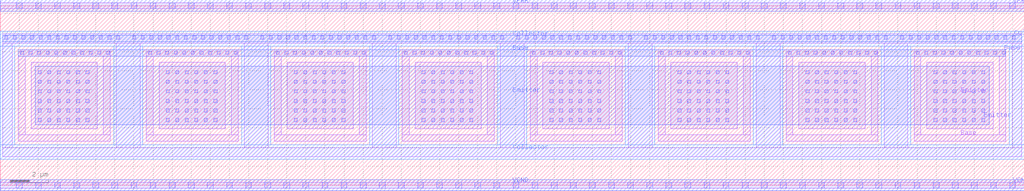
<source format=lef>
VERSION 5.7 ;
  NOWIREEXTENSIONATPIN ON ;
  DIVIDERCHAR "/" ;
  BUSBITCHARS "[]" ;
MACRO sky130_asc_pnp_05v5_W3p40L3p40_8
  CLASS CORE ;
  FOREIGN sky130_asc_pnp_05v5_W3p40L3p40_8 ;
  ORIGIN 0.000 0.000 ;
  SIZE 53.600 BY 9.400 ;
  SITE unitasc ;
  PIN Emitter
    DIRECTION INOUT ;
    ANTENNADIFFAREA 92.479996 ;
    PORT
      LAYER li1 ;
        RECT 1.615 2.965 5.085 6.435 ;
        RECT 8.315 2.965 11.785 6.435 ;
        RECT 15.015 2.965 18.485 6.435 ;
        RECT 21.715 2.965 25.185 6.435 ;
        RECT 28.415 2.965 31.885 6.435 ;
        RECT 35.115 2.965 38.585 6.435 ;
        RECT 41.815 2.965 45.285 6.435 ;
        RECT 48.515 2.965 51.985 6.435 ;
      LAYER mcon ;
        RECT 1.980 5.830 2.150 6.000 ;
        RECT 2.480 5.830 2.650 6.000 ;
        RECT 2.980 5.830 3.150 6.000 ;
        RECT 3.480 5.830 3.650 6.000 ;
        RECT 3.980 5.830 4.150 6.000 ;
        RECT 4.480 5.830 4.650 6.000 ;
        RECT 1.980 5.330 2.150 5.500 ;
        RECT 2.480 5.330 2.650 5.500 ;
        RECT 2.980 5.330 3.150 5.500 ;
        RECT 3.480 5.330 3.650 5.500 ;
        RECT 3.980 5.330 4.150 5.500 ;
        RECT 4.480 5.330 4.650 5.500 ;
        RECT 1.980 4.830 2.150 5.000 ;
        RECT 2.480 4.830 2.650 5.000 ;
        RECT 2.980 4.830 3.150 5.000 ;
        RECT 3.480 4.830 3.650 5.000 ;
        RECT 3.980 4.830 4.150 5.000 ;
        RECT 4.480 4.830 4.650 5.000 ;
        RECT 1.980 4.330 2.150 4.500 ;
        RECT 2.480 4.330 2.650 4.500 ;
        RECT 2.980 4.330 3.150 4.500 ;
        RECT 3.480 4.330 3.650 4.500 ;
        RECT 3.980 4.330 4.150 4.500 ;
        RECT 4.480 4.330 4.650 4.500 ;
        RECT 1.980 3.830 2.150 4.000 ;
        RECT 2.480 3.830 2.650 4.000 ;
        RECT 2.980 3.830 3.150 4.000 ;
        RECT 3.480 3.830 3.650 4.000 ;
        RECT 3.980 3.830 4.150 4.000 ;
        RECT 4.480 3.830 4.650 4.000 ;
        RECT 1.980 3.330 2.150 3.500 ;
        RECT 2.480 3.330 2.650 3.500 ;
        RECT 2.980 3.330 3.150 3.500 ;
        RECT 3.480 3.330 3.650 3.500 ;
        RECT 3.980 3.330 4.150 3.500 ;
        RECT 4.480 3.330 4.650 3.500 ;
        RECT 8.680 5.830 8.850 6.000 ;
        RECT 9.180 5.830 9.350 6.000 ;
        RECT 9.680 5.830 9.850 6.000 ;
        RECT 10.180 5.830 10.350 6.000 ;
        RECT 10.680 5.830 10.850 6.000 ;
        RECT 11.180 5.830 11.350 6.000 ;
        RECT 8.680 5.330 8.850 5.500 ;
        RECT 9.180 5.330 9.350 5.500 ;
        RECT 9.680 5.330 9.850 5.500 ;
        RECT 10.180 5.330 10.350 5.500 ;
        RECT 10.680 5.330 10.850 5.500 ;
        RECT 11.180 5.330 11.350 5.500 ;
        RECT 8.680 4.830 8.850 5.000 ;
        RECT 9.180 4.830 9.350 5.000 ;
        RECT 9.680 4.830 9.850 5.000 ;
        RECT 10.180 4.830 10.350 5.000 ;
        RECT 10.680 4.830 10.850 5.000 ;
        RECT 11.180 4.830 11.350 5.000 ;
        RECT 8.680 4.330 8.850 4.500 ;
        RECT 9.180 4.330 9.350 4.500 ;
        RECT 9.680 4.330 9.850 4.500 ;
        RECT 10.180 4.330 10.350 4.500 ;
        RECT 10.680 4.330 10.850 4.500 ;
        RECT 11.180 4.330 11.350 4.500 ;
        RECT 8.680 3.830 8.850 4.000 ;
        RECT 9.180 3.830 9.350 4.000 ;
        RECT 9.680 3.830 9.850 4.000 ;
        RECT 10.180 3.830 10.350 4.000 ;
        RECT 10.680 3.830 10.850 4.000 ;
        RECT 11.180 3.830 11.350 4.000 ;
        RECT 8.680 3.330 8.850 3.500 ;
        RECT 9.180 3.330 9.350 3.500 ;
        RECT 9.680 3.330 9.850 3.500 ;
        RECT 10.180 3.330 10.350 3.500 ;
        RECT 10.680 3.330 10.850 3.500 ;
        RECT 11.180 3.330 11.350 3.500 ;
        RECT 15.380 5.830 15.550 6.000 ;
        RECT 15.880 5.830 16.050 6.000 ;
        RECT 16.380 5.830 16.550 6.000 ;
        RECT 16.880 5.830 17.050 6.000 ;
        RECT 17.380 5.830 17.550 6.000 ;
        RECT 17.880 5.830 18.050 6.000 ;
        RECT 15.380 5.330 15.550 5.500 ;
        RECT 15.880 5.330 16.050 5.500 ;
        RECT 16.380 5.330 16.550 5.500 ;
        RECT 16.880 5.330 17.050 5.500 ;
        RECT 17.380 5.330 17.550 5.500 ;
        RECT 17.880 5.330 18.050 5.500 ;
        RECT 15.380 4.830 15.550 5.000 ;
        RECT 15.880 4.830 16.050 5.000 ;
        RECT 16.380 4.830 16.550 5.000 ;
        RECT 16.880 4.830 17.050 5.000 ;
        RECT 17.380 4.830 17.550 5.000 ;
        RECT 17.880 4.830 18.050 5.000 ;
        RECT 15.380 4.330 15.550 4.500 ;
        RECT 15.880 4.330 16.050 4.500 ;
        RECT 16.380 4.330 16.550 4.500 ;
        RECT 16.880 4.330 17.050 4.500 ;
        RECT 17.380 4.330 17.550 4.500 ;
        RECT 17.880 4.330 18.050 4.500 ;
        RECT 15.380 3.830 15.550 4.000 ;
        RECT 15.880 3.830 16.050 4.000 ;
        RECT 16.380 3.830 16.550 4.000 ;
        RECT 16.880 3.830 17.050 4.000 ;
        RECT 17.380 3.830 17.550 4.000 ;
        RECT 17.880 3.830 18.050 4.000 ;
        RECT 15.380 3.330 15.550 3.500 ;
        RECT 15.880 3.330 16.050 3.500 ;
        RECT 16.380 3.330 16.550 3.500 ;
        RECT 16.880 3.330 17.050 3.500 ;
        RECT 17.380 3.330 17.550 3.500 ;
        RECT 17.880 3.330 18.050 3.500 ;
        RECT 22.080 5.830 22.250 6.000 ;
        RECT 22.580 5.830 22.750 6.000 ;
        RECT 23.080 5.830 23.250 6.000 ;
        RECT 23.580 5.830 23.750 6.000 ;
        RECT 24.080 5.830 24.250 6.000 ;
        RECT 24.580 5.830 24.750 6.000 ;
        RECT 22.080 5.330 22.250 5.500 ;
        RECT 22.580 5.330 22.750 5.500 ;
        RECT 23.080 5.330 23.250 5.500 ;
        RECT 23.580 5.330 23.750 5.500 ;
        RECT 24.080 5.330 24.250 5.500 ;
        RECT 24.580 5.330 24.750 5.500 ;
        RECT 22.080 4.830 22.250 5.000 ;
        RECT 22.580 4.830 22.750 5.000 ;
        RECT 23.080 4.830 23.250 5.000 ;
        RECT 23.580 4.830 23.750 5.000 ;
        RECT 24.080 4.830 24.250 5.000 ;
        RECT 24.580 4.830 24.750 5.000 ;
        RECT 22.080 4.330 22.250 4.500 ;
        RECT 22.580 4.330 22.750 4.500 ;
        RECT 23.080 4.330 23.250 4.500 ;
        RECT 23.580 4.330 23.750 4.500 ;
        RECT 24.080 4.330 24.250 4.500 ;
        RECT 24.580 4.330 24.750 4.500 ;
        RECT 22.080 3.830 22.250 4.000 ;
        RECT 22.580 3.830 22.750 4.000 ;
        RECT 23.080 3.830 23.250 4.000 ;
        RECT 23.580 3.830 23.750 4.000 ;
        RECT 24.080 3.830 24.250 4.000 ;
        RECT 24.580 3.830 24.750 4.000 ;
        RECT 22.080 3.330 22.250 3.500 ;
        RECT 22.580 3.330 22.750 3.500 ;
        RECT 23.080 3.330 23.250 3.500 ;
        RECT 23.580 3.330 23.750 3.500 ;
        RECT 24.080 3.330 24.250 3.500 ;
        RECT 24.580 3.330 24.750 3.500 ;
        RECT 28.780 5.830 28.950 6.000 ;
        RECT 29.280 5.830 29.450 6.000 ;
        RECT 29.780 5.830 29.950 6.000 ;
        RECT 30.280 5.830 30.450 6.000 ;
        RECT 30.780 5.830 30.950 6.000 ;
        RECT 31.280 5.830 31.450 6.000 ;
        RECT 28.780 5.330 28.950 5.500 ;
        RECT 29.280 5.330 29.450 5.500 ;
        RECT 29.780 5.330 29.950 5.500 ;
        RECT 30.280 5.330 30.450 5.500 ;
        RECT 30.780 5.330 30.950 5.500 ;
        RECT 31.280 5.330 31.450 5.500 ;
        RECT 28.780 4.830 28.950 5.000 ;
        RECT 29.280 4.830 29.450 5.000 ;
        RECT 29.780 4.830 29.950 5.000 ;
        RECT 30.280 4.830 30.450 5.000 ;
        RECT 30.780 4.830 30.950 5.000 ;
        RECT 31.280 4.830 31.450 5.000 ;
        RECT 28.780 4.330 28.950 4.500 ;
        RECT 29.280 4.330 29.450 4.500 ;
        RECT 29.780 4.330 29.950 4.500 ;
        RECT 30.280 4.330 30.450 4.500 ;
        RECT 30.780 4.330 30.950 4.500 ;
        RECT 31.280 4.330 31.450 4.500 ;
        RECT 28.780 3.830 28.950 4.000 ;
        RECT 29.280 3.830 29.450 4.000 ;
        RECT 29.780 3.830 29.950 4.000 ;
        RECT 30.280 3.830 30.450 4.000 ;
        RECT 30.780 3.830 30.950 4.000 ;
        RECT 31.280 3.830 31.450 4.000 ;
        RECT 28.780 3.330 28.950 3.500 ;
        RECT 29.280 3.330 29.450 3.500 ;
        RECT 29.780 3.330 29.950 3.500 ;
        RECT 30.280 3.330 30.450 3.500 ;
        RECT 30.780 3.330 30.950 3.500 ;
        RECT 31.280 3.330 31.450 3.500 ;
        RECT 35.480 5.830 35.650 6.000 ;
        RECT 35.980 5.830 36.150 6.000 ;
        RECT 36.480 5.830 36.650 6.000 ;
        RECT 36.980 5.830 37.150 6.000 ;
        RECT 37.480 5.830 37.650 6.000 ;
        RECT 37.980 5.830 38.150 6.000 ;
        RECT 35.480 5.330 35.650 5.500 ;
        RECT 35.980 5.330 36.150 5.500 ;
        RECT 36.480 5.330 36.650 5.500 ;
        RECT 36.980 5.330 37.150 5.500 ;
        RECT 37.480 5.330 37.650 5.500 ;
        RECT 37.980 5.330 38.150 5.500 ;
        RECT 35.480 4.830 35.650 5.000 ;
        RECT 35.980 4.830 36.150 5.000 ;
        RECT 36.480 4.830 36.650 5.000 ;
        RECT 36.980 4.830 37.150 5.000 ;
        RECT 37.480 4.830 37.650 5.000 ;
        RECT 37.980 4.830 38.150 5.000 ;
        RECT 35.480 4.330 35.650 4.500 ;
        RECT 35.980 4.330 36.150 4.500 ;
        RECT 36.480 4.330 36.650 4.500 ;
        RECT 36.980 4.330 37.150 4.500 ;
        RECT 37.480 4.330 37.650 4.500 ;
        RECT 37.980 4.330 38.150 4.500 ;
        RECT 35.480 3.830 35.650 4.000 ;
        RECT 35.980 3.830 36.150 4.000 ;
        RECT 36.480 3.830 36.650 4.000 ;
        RECT 36.980 3.830 37.150 4.000 ;
        RECT 37.480 3.830 37.650 4.000 ;
        RECT 37.980 3.830 38.150 4.000 ;
        RECT 35.480 3.330 35.650 3.500 ;
        RECT 35.980 3.330 36.150 3.500 ;
        RECT 36.480 3.330 36.650 3.500 ;
        RECT 36.980 3.330 37.150 3.500 ;
        RECT 37.480 3.330 37.650 3.500 ;
        RECT 37.980 3.330 38.150 3.500 ;
        RECT 42.180 5.830 42.350 6.000 ;
        RECT 42.680 5.830 42.850 6.000 ;
        RECT 43.180 5.830 43.350 6.000 ;
        RECT 43.680 5.830 43.850 6.000 ;
        RECT 44.180 5.830 44.350 6.000 ;
        RECT 44.680 5.830 44.850 6.000 ;
        RECT 42.180 5.330 42.350 5.500 ;
        RECT 42.680 5.330 42.850 5.500 ;
        RECT 43.180 5.330 43.350 5.500 ;
        RECT 43.680 5.330 43.850 5.500 ;
        RECT 44.180 5.330 44.350 5.500 ;
        RECT 44.680 5.330 44.850 5.500 ;
        RECT 42.180 4.830 42.350 5.000 ;
        RECT 42.680 4.830 42.850 5.000 ;
        RECT 43.180 4.830 43.350 5.000 ;
        RECT 43.680 4.830 43.850 5.000 ;
        RECT 44.180 4.830 44.350 5.000 ;
        RECT 44.680 4.830 44.850 5.000 ;
        RECT 42.180 4.330 42.350 4.500 ;
        RECT 42.680 4.330 42.850 4.500 ;
        RECT 43.180 4.330 43.350 4.500 ;
        RECT 43.680 4.330 43.850 4.500 ;
        RECT 44.180 4.330 44.350 4.500 ;
        RECT 44.680 4.330 44.850 4.500 ;
        RECT 42.180 3.830 42.350 4.000 ;
        RECT 42.680 3.830 42.850 4.000 ;
        RECT 43.180 3.830 43.350 4.000 ;
        RECT 43.680 3.830 43.850 4.000 ;
        RECT 44.180 3.830 44.350 4.000 ;
        RECT 44.680 3.830 44.850 4.000 ;
        RECT 42.180 3.330 42.350 3.500 ;
        RECT 42.680 3.330 42.850 3.500 ;
        RECT 43.180 3.330 43.350 3.500 ;
        RECT 43.680 3.330 43.850 3.500 ;
        RECT 44.180 3.330 44.350 3.500 ;
        RECT 44.680 3.330 44.850 3.500 ;
        RECT 48.880 5.830 49.050 6.000 ;
        RECT 49.380 5.830 49.550 6.000 ;
        RECT 49.880 5.830 50.050 6.000 ;
        RECT 50.380 5.830 50.550 6.000 ;
        RECT 50.880 5.830 51.050 6.000 ;
        RECT 51.380 5.830 51.550 6.000 ;
        RECT 48.880 5.330 49.050 5.500 ;
        RECT 49.380 5.330 49.550 5.500 ;
        RECT 49.880 5.330 50.050 5.500 ;
        RECT 50.380 5.330 50.550 5.500 ;
        RECT 50.880 5.330 51.050 5.500 ;
        RECT 51.380 5.330 51.550 5.500 ;
        RECT 48.880 4.830 49.050 5.000 ;
        RECT 49.380 4.830 49.550 5.000 ;
        RECT 49.880 4.830 50.050 5.000 ;
        RECT 50.380 4.830 50.550 5.000 ;
        RECT 50.880 4.830 51.050 5.000 ;
        RECT 51.380 4.830 51.550 5.000 ;
        RECT 48.880 4.330 49.050 4.500 ;
        RECT 49.380 4.330 49.550 4.500 ;
        RECT 49.880 4.330 50.050 4.500 ;
        RECT 50.380 4.330 50.550 4.500 ;
        RECT 50.880 4.330 51.050 4.500 ;
        RECT 51.380 4.330 51.550 4.500 ;
        RECT 48.880 3.830 49.050 4.000 ;
        RECT 49.380 3.830 49.550 4.000 ;
        RECT 49.880 3.830 50.050 4.000 ;
        RECT 50.380 3.830 50.550 4.000 ;
        RECT 50.880 3.830 51.050 4.000 ;
        RECT 51.380 3.830 51.550 4.000 ;
        RECT 48.880 3.330 49.050 3.500 ;
        RECT 49.380 3.330 49.550 3.500 ;
        RECT 49.880 3.330 50.050 3.500 ;
        RECT 50.380 3.330 50.550 3.500 ;
        RECT 50.880 3.330 51.050 3.500 ;
        RECT 51.380 3.330 51.550 3.500 ;
      LAYER met1 ;
        RECT 1.820 3.170 51.780 6.230 ;
    END
  END Emitter
  PIN Base
    DIRECTION INOUT ;
    ANTENNAGATEAREA 213.831192 ;
    ANTENNADIFFAREA 51.264000 ;
    PORT
      LAYER li1 ;
        RECT 0.945 6.745 5.755 7.105 ;
        RECT 0.945 2.655 1.305 6.745 ;
        RECT 5.395 2.655 5.755 6.745 ;
        RECT 0.945 2.295 5.755 2.655 ;
        RECT 7.645 6.745 12.455 7.105 ;
        RECT 7.645 2.655 8.005 6.745 ;
        RECT 12.095 2.655 12.455 6.745 ;
        RECT 7.645 2.295 12.455 2.655 ;
        RECT 14.345 6.745 19.155 7.105 ;
        RECT 14.345 2.655 14.705 6.745 ;
        RECT 18.795 2.655 19.155 6.745 ;
        RECT 14.345 2.295 19.155 2.655 ;
        RECT 21.045 6.745 25.855 7.105 ;
        RECT 21.045 2.655 21.405 6.745 ;
        RECT 25.495 2.655 25.855 6.745 ;
        RECT 21.045 2.295 25.855 2.655 ;
        RECT 27.745 6.745 32.555 7.105 ;
        RECT 27.745 2.655 28.105 6.745 ;
        RECT 32.195 2.655 32.555 6.745 ;
        RECT 27.745 2.295 32.555 2.655 ;
        RECT 34.445 6.745 39.255 7.105 ;
        RECT 34.445 2.655 34.805 6.745 ;
        RECT 38.895 2.655 39.255 6.745 ;
        RECT 34.445 2.295 39.255 2.655 ;
        RECT 41.145 6.745 45.955 7.105 ;
        RECT 41.145 2.655 41.505 6.745 ;
        RECT 45.595 2.655 45.955 6.745 ;
        RECT 41.145 2.295 45.955 2.655 ;
        RECT 47.845 6.745 52.655 7.105 ;
        RECT 47.845 2.655 48.205 6.745 ;
        RECT 52.295 2.655 52.655 6.745 ;
        RECT 47.845 2.295 52.655 2.655 ;
      LAYER mcon ;
        RECT 1.050 6.850 1.220 7.020 ;
        RECT 1.500 6.850 1.670 7.020 ;
        RECT 1.950 6.850 2.120 7.020 ;
        RECT 2.400 6.850 2.570 7.020 ;
        RECT 2.850 6.850 3.020 7.020 ;
        RECT 3.300 6.850 3.470 7.020 ;
        RECT 3.750 6.850 3.920 7.020 ;
        RECT 4.200 6.850 4.370 7.020 ;
        RECT 4.650 6.850 4.820 7.020 ;
        RECT 5.100 6.850 5.270 7.020 ;
        RECT 5.550 6.850 5.720 7.020 ;
        RECT 7.750 6.850 7.920 7.020 ;
        RECT 8.200 6.850 8.370 7.020 ;
        RECT 8.650 6.850 8.820 7.020 ;
        RECT 9.100 6.850 9.270 7.020 ;
        RECT 9.550 6.850 9.720 7.020 ;
        RECT 10.000 6.850 10.170 7.020 ;
        RECT 10.450 6.850 10.620 7.020 ;
        RECT 10.900 6.850 11.070 7.020 ;
        RECT 11.350 6.850 11.520 7.020 ;
        RECT 11.800 6.850 11.970 7.020 ;
        RECT 12.250 6.850 12.420 7.020 ;
        RECT 14.450 6.850 14.620 7.020 ;
        RECT 14.900 6.850 15.070 7.020 ;
        RECT 15.350 6.850 15.520 7.020 ;
        RECT 15.800 6.850 15.970 7.020 ;
        RECT 16.250 6.850 16.420 7.020 ;
        RECT 16.700 6.850 16.870 7.020 ;
        RECT 17.150 6.850 17.320 7.020 ;
        RECT 17.600 6.850 17.770 7.020 ;
        RECT 18.050 6.850 18.220 7.020 ;
        RECT 18.500 6.850 18.670 7.020 ;
        RECT 18.950 6.850 19.120 7.020 ;
        RECT 21.150 6.850 21.320 7.020 ;
        RECT 21.600 6.850 21.770 7.020 ;
        RECT 22.050 6.850 22.220 7.020 ;
        RECT 22.500 6.850 22.670 7.020 ;
        RECT 22.950 6.850 23.120 7.020 ;
        RECT 23.400 6.850 23.570 7.020 ;
        RECT 23.850 6.850 24.020 7.020 ;
        RECT 24.300 6.850 24.470 7.020 ;
        RECT 24.750 6.850 24.920 7.020 ;
        RECT 25.200 6.850 25.370 7.020 ;
        RECT 25.650 6.850 25.820 7.020 ;
        RECT 27.850 6.850 28.020 7.020 ;
        RECT 28.300 6.850 28.470 7.020 ;
        RECT 28.750 6.850 28.920 7.020 ;
        RECT 29.200 6.850 29.370 7.020 ;
        RECT 29.650 6.850 29.820 7.020 ;
        RECT 30.100 6.850 30.270 7.020 ;
        RECT 30.550 6.850 30.720 7.020 ;
        RECT 31.000 6.850 31.170 7.020 ;
        RECT 31.450 6.850 31.620 7.020 ;
        RECT 31.900 6.850 32.070 7.020 ;
        RECT 32.350 6.850 32.520 7.020 ;
        RECT 34.550 6.850 34.720 7.020 ;
        RECT 35.000 6.850 35.170 7.020 ;
        RECT 35.450 6.850 35.620 7.020 ;
        RECT 35.900 6.850 36.070 7.020 ;
        RECT 36.350 6.850 36.520 7.020 ;
        RECT 36.800 6.850 36.970 7.020 ;
        RECT 37.250 6.850 37.420 7.020 ;
        RECT 37.700 6.850 37.870 7.020 ;
        RECT 38.150 6.850 38.320 7.020 ;
        RECT 38.600 6.850 38.770 7.020 ;
        RECT 39.050 6.850 39.220 7.020 ;
        RECT 41.250 6.850 41.420 7.020 ;
        RECT 41.700 6.850 41.870 7.020 ;
        RECT 42.150 6.850 42.320 7.020 ;
        RECT 42.600 6.850 42.770 7.020 ;
        RECT 43.050 6.850 43.220 7.020 ;
        RECT 43.500 6.850 43.670 7.020 ;
        RECT 43.950 6.850 44.120 7.020 ;
        RECT 44.400 6.850 44.570 7.020 ;
        RECT 44.850 6.850 45.020 7.020 ;
        RECT 45.300 6.850 45.470 7.020 ;
        RECT 45.750 6.850 45.920 7.020 ;
        RECT 47.950 6.850 48.120 7.020 ;
        RECT 48.400 6.850 48.570 7.020 ;
        RECT 48.850 6.850 49.020 7.020 ;
        RECT 49.300 6.850 49.470 7.020 ;
        RECT 49.750 6.850 49.920 7.020 ;
        RECT 50.200 6.850 50.370 7.020 ;
        RECT 50.650 6.850 50.820 7.020 ;
        RECT 51.100 6.850 51.270 7.020 ;
        RECT 51.550 6.850 51.720 7.020 ;
        RECT 52.000 6.850 52.170 7.020 ;
        RECT 52.450 6.850 52.620 7.020 ;
      LAYER met1 ;
        RECT 0.950 6.750 52.650 7.100 ;
    END
  END Base
  PIN Collector
    DIRECTION INOUT ;
    ANTENNADIFFAREA 107.630394 ;
    PORT
      LAYER pwell ;
        RECT 0.000 7.285 53.600 8.050 ;
        RECT 0.000 2.115 0.765 7.285 ;
        RECT 5.935 2.115 7.465 7.285 ;
        RECT 12.635 2.115 14.165 7.285 ;
        RECT 19.335 2.115 20.865 7.285 ;
        RECT 26.035 2.115 27.565 7.285 ;
        RECT 32.735 2.115 34.265 7.285 ;
        RECT 39.435 2.115 40.965 7.285 ;
        RECT 46.135 2.115 47.665 7.285 ;
        RECT 52.835 2.115 53.600 7.285 ;
        RECT 0.000 1.350 53.600 2.115 ;
      LAYER li1 ;
        RECT 0.130 7.425 53.470 7.920 ;
        RECT 0.130 1.975 0.625 7.425 ;
        RECT 6.075 1.975 7.325 7.425 ;
        RECT 12.775 1.975 14.025 7.425 ;
        RECT 19.475 1.975 20.725 7.425 ;
        RECT 26.175 1.975 27.425 7.425 ;
        RECT 32.875 1.975 34.125 7.425 ;
        RECT 39.575 1.975 40.825 7.425 ;
        RECT 46.275 1.975 47.525 7.425 ;
        RECT 52.975 1.975 53.470 7.425 ;
        RECT 0.130 1.480 53.470 1.975 ;
      LAYER mcon ;
        RECT 0.230 7.650 0.400 7.820 ;
        RECT 0.680 7.650 0.850 7.820 ;
        RECT 1.130 7.650 1.300 7.820 ;
        RECT 1.580 7.650 1.750 7.820 ;
        RECT 2.030 7.650 2.200 7.820 ;
        RECT 2.480 7.650 2.650 7.820 ;
        RECT 2.930 7.650 3.100 7.820 ;
        RECT 3.380 7.650 3.550 7.820 ;
        RECT 3.830 7.650 4.000 7.820 ;
        RECT 4.280 7.650 4.450 7.820 ;
        RECT 4.730 7.650 4.900 7.820 ;
        RECT 5.180 7.650 5.350 7.820 ;
        RECT 5.630 7.650 5.800 7.820 ;
        RECT 6.080 7.650 6.250 7.820 ;
        RECT 6.930 7.650 7.100 7.820 ;
        RECT 7.380 7.650 7.550 7.820 ;
        RECT 7.830 7.650 8.000 7.820 ;
        RECT 8.280 7.650 8.450 7.820 ;
        RECT 8.730 7.650 8.900 7.820 ;
        RECT 9.180 7.650 9.350 7.820 ;
        RECT 9.630 7.650 9.800 7.820 ;
        RECT 10.080 7.650 10.250 7.820 ;
        RECT 10.530 7.650 10.700 7.820 ;
        RECT 10.980 7.650 11.150 7.820 ;
        RECT 11.430 7.650 11.600 7.820 ;
        RECT 11.880 7.650 12.050 7.820 ;
        RECT 12.330 7.650 12.500 7.820 ;
        RECT 12.780 7.650 12.950 7.820 ;
        RECT 13.630 7.650 13.800 7.820 ;
        RECT 14.080 7.650 14.250 7.820 ;
        RECT 14.530 7.650 14.700 7.820 ;
        RECT 14.980 7.650 15.150 7.820 ;
        RECT 15.430 7.650 15.600 7.820 ;
        RECT 15.880 7.650 16.050 7.820 ;
        RECT 16.330 7.650 16.500 7.820 ;
        RECT 16.780 7.650 16.950 7.820 ;
        RECT 17.230 7.650 17.400 7.820 ;
        RECT 17.680 7.650 17.850 7.820 ;
        RECT 18.130 7.650 18.300 7.820 ;
        RECT 18.580 7.650 18.750 7.820 ;
        RECT 19.030 7.650 19.200 7.820 ;
        RECT 19.480 7.650 19.650 7.820 ;
        RECT 20.330 7.650 20.500 7.820 ;
        RECT 20.780 7.650 20.950 7.820 ;
        RECT 21.230 7.650 21.400 7.820 ;
        RECT 21.680 7.650 21.850 7.820 ;
        RECT 22.130 7.650 22.300 7.820 ;
        RECT 22.580 7.650 22.750 7.820 ;
        RECT 23.030 7.650 23.200 7.820 ;
        RECT 23.480 7.650 23.650 7.820 ;
        RECT 23.930 7.650 24.100 7.820 ;
        RECT 24.380 7.650 24.550 7.820 ;
        RECT 24.830 7.650 25.000 7.820 ;
        RECT 25.280 7.650 25.450 7.820 ;
        RECT 25.730 7.650 25.900 7.820 ;
        RECT 26.180 7.650 26.350 7.820 ;
        RECT 27.030 7.650 27.200 7.820 ;
        RECT 27.480 7.650 27.650 7.820 ;
        RECT 27.930 7.650 28.100 7.820 ;
        RECT 28.380 7.650 28.550 7.820 ;
        RECT 28.830 7.650 29.000 7.820 ;
        RECT 29.280 7.650 29.450 7.820 ;
        RECT 29.730 7.650 29.900 7.820 ;
        RECT 30.180 7.650 30.350 7.820 ;
        RECT 30.630 7.650 30.800 7.820 ;
        RECT 31.080 7.650 31.250 7.820 ;
        RECT 31.530 7.650 31.700 7.820 ;
        RECT 31.980 7.650 32.150 7.820 ;
        RECT 32.430 7.650 32.600 7.820 ;
        RECT 32.880 7.650 33.050 7.820 ;
        RECT 33.730 7.650 33.900 7.820 ;
        RECT 34.180 7.650 34.350 7.820 ;
        RECT 34.630 7.650 34.800 7.820 ;
        RECT 35.080 7.650 35.250 7.820 ;
        RECT 35.530 7.650 35.700 7.820 ;
        RECT 35.980 7.650 36.150 7.820 ;
        RECT 36.430 7.650 36.600 7.820 ;
        RECT 36.880 7.650 37.050 7.820 ;
        RECT 37.330 7.650 37.500 7.820 ;
        RECT 37.780 7.650 37.950 7.820 ;
        RECT 38.230 7.650 38.400 7.820 ;
        RECT 38.680 7.650 38.850 7.820 ;
        RECT 39.130 7.650 39.300 7.820 ;
        RECT 39.580 7.650 39.750 7.820 ;
        RECT 40.430 7.650 40.600 7.820 ;
        RECT 40.880 7.650 41.050 7.820 ;
        RECT 41.330 7.650 41.500 7.820 ;
        RECT 41.780 7.650 41.950 7.820 ;
        RECT 42.230 7.650 42.400 7.820 ;
        RECT 42.680 7.650 42.850 7.820 ;
        RECT 43.130 7.650 43.300 7.820 ;
        RECT 43.580 7.650 43.750 7.820 ;
        RECT 44.030 7.650 44.200 7.820 ;
        RECT 44.480 7.650 44.650 7.820 ;
        RECT 44.930 7.650 45.100 7.820 ;
        RECT 45.380 7.650 45.550 7.820 ;
        RECT 45.830 7.650 46.000 7.820 ;
        RECT 46.280 7.650 46.450 7.820 ;
        RECT 47.130 7.650 47.300 7.820 ;
        RECT 47.580 7.650 47.750 7.820 ;
        RECT 48.030 7.650 48.200 7.820 ;
        RECT 48.480 7.650 48.650 7.820 ;
        RECT 48.930 7.650 49.100 7.820 ;
        RECT 49.380 7.650 49.550 7.820 ;
        RECT 49.830 7.650 50.000 7.820 ;
        RECT 50.280 7.650 50.450 7.820 ;
        RECT 50.730 7.650 50.900 7.820 ;
        RECT 51.180 7.650 51.350 7.820 ;
        RECT 51.630 7.650 51.800 7.820 ;
        RECT 52.080 7.650 52.250 7.820 ;
        RECT 52.530 7.650 52.700 7.820 ;
        RECT 52.980 7.650 53.150 7.820 ;
      LAYER met1 ;
        RECT 0.130 7.500 53.470 7.850 ;
    END
  END Collector
  PIN VPWR
    DIRECTION INOUT ;
    USE POWER ;
    PORT
      LAYER li1 ;
        RECT 0.000 9.250 53.600 9.550 ;
      LAYER mcon ;
        RECT 0.850 9.250 1.150 9.550 ;
        RECT 1.850 9.250 2.150 9.550 ;
        RECT 2.850 9.250 3.150 9.550 ;
        RECT 3.850 9.250 4.150 9.550 ;
        RECT 4.850 9.250 5.150 9.550 ;
        RECT 5.850 9.250 6.150 9.550 ;
        RECT 6.850 9.250 7.150 9.550 ;
        RECT 7.850 9.250 8.150 9.550 ;
        RECT 8.850 9.250 9.150 9.550 ;
        RECT 9.850 9.250 10.150 9.550 ;
        RECT 10.850 9.250 11.150 9.550 ;
        RECT 11.850 9.250 12.150 9.550 ;
        RECT 12.850 9.250 13.150 9.550 ;
        RECT 13.850 9.250 14.150 9.550 ;
        RECT 14.850 9.250 15.150 9.550 ;
        RECT 15.850 9.250 16.150 9.550 ;
        RECT 16.850 9.250 17.150 9.550 ;
        RECT 17.850 9.250 18.150 9.550 ;
        RECT 18.850 9.250 19.150 9.550 ;
        RECT 19.850 9.250 20.150 9.550 ;
        RECT 20.850 9.250 21.150 9.550 ;
        RECT 21.850 9.250 22.150 9.550 ;
        RECT 22.850 9.250 23.150 9.550 ;
        RECT 23.850 9.250 24.150 9.550 ;
        RECT 24.850 9.250 25.150 9.550 ;
        RECT 25.850 9.250 26.150 9.550 ;
        RECT 26.850 9.250 27.150 9.550 ;
        RECT 27.850 9.250 28.150 9.550 ;
        RECT 28.850 9.250 29.150 9.550 ;
        RECT 29.850 9.250 30.150 9.550 ;
        RECT 30.850 9.250 31.150 9.550 ;
        RECT 31.850 9.250 32.150 9.550 ;
        RECT 32.850 9.250 33.150 9.550 ;
        RECT 33.850 9.250 34.150 9.550 ;
        RECT 34.850 9.250 35.150 9.550 ;
        RECT 35.850 9.250 36.150 9.550 ;
        RECT 36.850 9.250 37.150 9.550 ;
        RECT 37.850 9.250 38.150 9.550 ;
        RECT 38.850 9.250 39.150 9.550 ;
        RECT 39.850 9.250 40.150 9.550 ;
        RECT 40.850 9.250 41.150 9.550 ;
        RECT 41.850 9.250 42.150 9.550 ;
        RECT 42.850 9.250 43.150 9.550 ;
        RECT 43.850 9.250 44.150 9.550 ;
        RECT 44.850 9.250 45.150 9.550 ;
        RECT 45.850 9.250 46.150 9.550 ;
        RECT 46.850 9.250 47.150 9.550 ;
        RECT 47.850 9.250 48.150 9.550 ;
        RECT 48.850 9.250 49.150 9.550 ;
        RECT 49.850 9.250 50.150 9.550 ;
        RECT 50.850 9.250 51.150 9.550 ;
        RECT 51.850 9.250 52.150 9.550 ;
        RECT 52.850 9.250 53.150 9.550 ;
      LAYER met1 ;
        RECT 0.000 9.100 53.600 9.700 ;
    END
  END VPWR
  PIN VGND
    DIRECTION INOUT ;
    USE GROUND ;
    PORT
      LAYER li1 ;
        RECT 0.000 -0.150 53.600 0.150 ;
      LAYER mcon ;
        RECT 0.850 -0.150 1.150 0.150 ;
        RECT 1.850 -0.150 2.150 0.150 ;
        RECT 2.850 -0.150 3.150 0.150 ;
        RECT 3.850 -0.150 4.150 0.150 ;
        RECT 4.850 -0.150 5.150 0.150 ;
        RECT 5.850 -0.150 6.150 0.150 ;
        RECT 6.850 -0.150 7.150 0.150 ;
        RECT 7.850 -0.150 8.150 0.150 ;
        RECT 8.850 -0.150 9.150 0.150 ;
        RECT 9.850 -0.150 10.150 0.150 ;
        RECT 10.850 -0.150 11.150 0.150 ;
        RECT 11.850 -0.150 12.150 0.150 ;
        RECT 12.850 -0.150 13.150 0.150 ;
        RECT 13.850 -0.150 14.150 0.150 ;
        RECT 14.850 -0.150 15.150 0.150 ;
        RECT 15.850 -0.150 16.150 0.150 ;
        RECT 16.850 -0.150 17.150 0.150 ;
        RECT 17.850 -0.150 18.150 0.150 ;
        RECT 18.850 -0.150 19.150 0.150 ;
        RECT 19.850 -0.150 20.150 0.150 ;
        RECT 20.850 -0.150 21.150 0.150 ;
        RECT 21.850 -0.150 22.150 0.150 ;
        RECT 22.850 -0.150 23.150 0.150 ;
        RECT 23.850 -0.150 24.150 0.150 ;
        RECT 24.850 -0.150 25.150 0.150 ;
        RECT 25.850 -0.150 26.150 0.150 ;
        RECT 26.850 -0.150 27.150 0.150 ;
        RECT 27.850 -0.150 28.150 0.150 ;
        RECT 28.850 -0.150 29.150 0.150 ;
        RECT 29.850 -0.150 30.150 0.150 ;
        RECT 30.850 -0.150 31.150 0.150 ;
        RECT 31.850 -0.150 32.150 0.150 ;
        RECT 32.850 -0.150 33.150 0.150 ;
        RECT 33.850 -0.150 34.150 0.150 ;
        RECT 34.850 -0.150 35.150 0.150 ;
        RECT 35.850 -0.150 36.150 0.150 ;
        RECT 36.850 -0.150 37.150 0.150 ;
        RECT 37.850 -0.150 38.150 0.150 ;
        RECT 38.850 -0.150 39.150 0.150 ;
        RECT 39.850 -0.150 40.150 0.150 ;
        RECT 40.850 -0.150 41.150 0.150 ;
        RECT 41.850 -0.150 42.150 0.150 ;
        RECT 42.850 -0.150 43.150 0.150 ;
        RECT 43.850 -0.150 44.150 0.150 ;
        RECT 44.850 -0.150 45.150 0.150 ;
        RECT 45.850 -0.150 46.150 0.150 ;
        RECT 46.850 -0.150 47.150 0.150 ;
        RECT 47.850 -0.150 48.150 0.150 ;
        RECT 48.850 -0.150 49.150 0.150 ;
        RECT 49.850 -0.150 50.150 0.150 ;
        RECT 50.850 -0.150 51.150 0.150 ;
        RECT 51.850 -0.150 52.150 0.150 ;
        RECT 52.850 -0.150 53.150 0.150 ;
      LAYER met1 ;
        RECT 0.000 -0.300 53.600 0.300 ;
    END
  END VGND
END sky130_asc_pnp_05v5_W3p40L3p40_8
END LIBRARY


</source>
